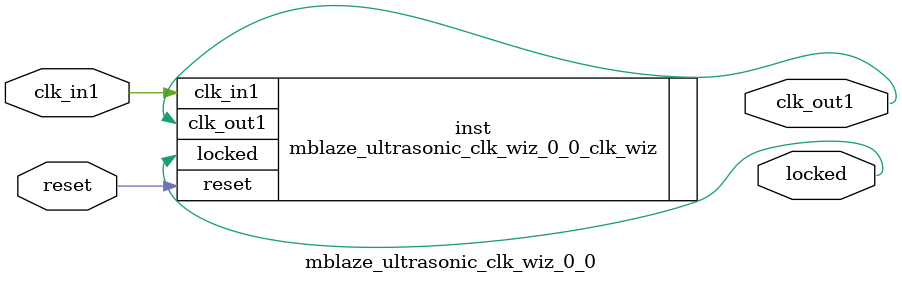
<source format=v>


`timescale 1ps/1ps

(* CORE_GENERATION_INFO = "mblaze_ultrasonic_clk_wiz_0_0,clk_wiz_v6_0_4_0_0,{component_name=mblaze_ultrasonic_clk_wiz_0_0,use_phase_alignment=true,use_min_o_jitter=false,use_max_i_jitter=false,use_dyn_phase_shift=false,use_inclk_switchover=false,use_dyn_reconfig=false,enable_axi=0,feedback_source=FDBK_AUTO,PRIMITIVE=MMCM,num_out_clk=1,clkin1_period=10.000,clkin2_period=10.000,use_power_down=false,use_reset=true,use_locked=true,use_inclk_stopped=false,feedback_type=SINGLE,CLOCK_MGR_TYPE=NA,manual_override=false}" *)

module mblaze_ultrasonic_clk_wiz_0_0 
 (
  // Clock out ports
  output        clk_out1,
  // Status and control signals
  input         reset,
  output        locked,
 // Clock in ports
  input         clk_in1
 );

  mblaze_ultrasonic_clk_wiz_0_0_clk_wiz inst
  (
  // Clock out ports  
  .clk_out1(clk_out1),
  // Status and control signals               
  .reset(reset), 
  .locked(locked),
 // Clock in ports
  .clk_in1(clk_in1)
  );

endmodule

</source>
